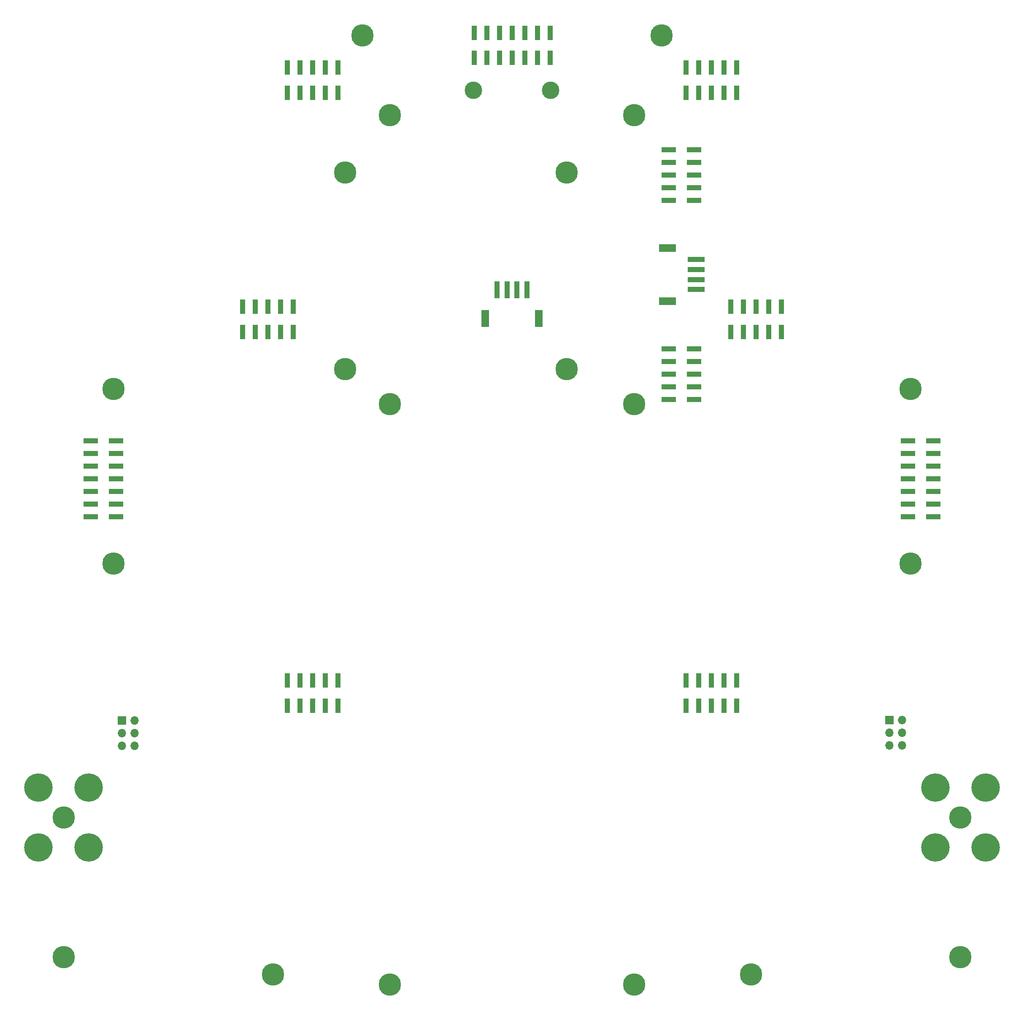
<source format=gts>
G04 #@! TF.GenerationSoftware,KiCad,Pcbnew,9.0.2*
G04 #@! TF.CreationDate,2025-06-02T15:36:06+01:00*
G04 #@! TF.ProjectId,NB3_body,4e42335f-626f-4647-992e-6b696361645f,0.0.6*
G04 #@! TF.SameCoordinates,PX76bb820PYd4ab5c0*
G04 #@! TF.FileFunction,Soldermask,Top*
G04 #@! TF.FilePolarity,Negative*
%FSLAX46Y46*%
G04 Gerber Fmt 4.6, Leading zero omitted, Abs format (unit mm)*
G04 Created by KiCad (PCBNEW 9.0.2) date 2025-06-02 15:36:06*
%MOMM*%
%LPD*%
G01*
G04 APERTURE LIST*
%ADD10C,5.700000*%
%ADD11C,4.500000*%
%ADD12R,1.000000X3.000000*%
%ADD13R,1.700000X1.700000*%
%ADD14O,1.700000X1.700000*%
%ADD15R,3.000000X1.000000*%
%ADD16C,3.500000*%
%ADD17R,0.990600X3.505200*%
%ADD18R,1.600200X3.505200*%
%ADD19R,3.505200X0.990600*%
%ADD20R,3.505200X1.600200*%
G04 APERTURE END LIST*
D10*
X95000000Y43000000D03*
D11*
X-90000000Y37000000D03*
X-24500000Y178000000D03*
X-24500000Y120000000D03*
X90000000Y9000000D03*
D12*
X-45080000Y187520000D03*
X-45080000Y182480000D03*
X-42540000Y187520000D03*
X-42540000Y182480000D03*
X-40000000Y187520000D03*
X-40000000Y182480000D03*
X-37460000Y187520000D03*
X-37460000Y182480000D03*
X-34920000Y187520000D03*
X-34920000Y182480000D03*
X34920000Y187520000D03*
X34920000Y182480000D03*
X37460000Y187520000D03*
X37460000Y182480000D03*
X40000000Y187520000D03*
X40000000Y182480000D03*
X42540000Y187520000D03*
X42540000Y182480000D03*
X45080000Y187520000D03*
X45080000Y182480000D03*
D13*
X-78275000Y56525000D03*
D14*
X-75735000Y56525000D03*
X-78275000Y53985000D03*
X-75735000Y53985000D03*
X-78275000Y51445000D03*
X-75735000Y51445000D03*
D13*
X75710000Y56540000D03*
D14*
X78250000Y56540000D03*
X75710000Y54000000D03*
X78250000Y54000000D03*
X75710000Y51460000D03*
X78250000Y51460000D03*
D11*
X-90000000Y9000000D03*
X24500000Y178000000D03*
X80000000Y123000000D03*
D12*
X43920000Y139520000D03*
X43920000Y134480000D03*
X46460000Y139520000D03*
X46460000Y134480000D03*
X49000000Y139520000D03*
X49000000Y134480000D03*
X51540000Y139520000D03*
X51540000Y134480000D03*
X54080000Y139520000D03*
X54080000Y134480000D03*
D11*
X24500000Y120000000D03*
X11000000Y166500000D03*
D15*
X-79480000Y112620000D03*
X-84520000Y112620000D03*
X-79480000Y110080000D03*
X-84520000Y110080000D03*
X-79480000Y107540000D03*
X-84520000Y107540000D03*
X-79480000Y105000000D03*
X-84520000Y105000000D03*
X-79480000Y102460000D03*
X-84520000Y102460000D03*
X-79480000Y99920000D03*
X-84520000Y99920000D03*
X-79480000Y97380000D03*
X-84520000Y97380000D03*
D10*
X-95000000Y31000000D03*
D11*
X-24500000Y3500000D03*
X24500000Y3500000D03*
D10*
X-95000000Y43000000D03*
D16*
X-7750000Y183000000D03*
D11*
X-30000000Y194000000D03*
X80000000Y88000000D03*
D10*
X95000000Y31000000D03*
D11*
X-33500000Y127000000D03*
X11000000Y127000000D03*
X90000000Y37000000D03*
D10*
X-85000000Y43000000D03*
D11*
X-80000000Y123000000D03*
X-33500000Y166500000D03*
X48000000Y5500000D03*
D17*
X-3000000Y142944701D03*
X-1000002Y142944701D03*
X999999Y142944701D03*
X2999998Y142944701D03*
D18*
X5349998Y137194699D03*
X-5350001Y137194699D03*
D12*
X-7620000Y194520000D03*
X-7620000Y189480000D03*
X-5080000Y194520000D03*
X-5080000Y189480000D03*
X-2540000Y194520000D03*
X-2540000Y189480000D03*
X0Y194520000D03*
X0Y189480000D03*
X2540000Y194520000D03*
X2540000Y189480000D03*
X5080000Y194520000D03*
X5080000Y189480000D03*
X7620000Y194520000D03*
X7620000Y189480000D03*
D11*
X-48000000Y5500000D03*
D15*
X36520000Y131080000D03*
X31480000Y131080000D03*
X36520000Y128540000D03*
X31480000Y128540000D03*
X36520000Y126000000D03*
X31480000Y126000000D03*
X36520000Y123460000D03*
X31480000Y123460000D03*
X36520000Y120920000D03*
X31480000Y120920000D03*
D12*
X-54080000Y139520000D03*
X-54080000Y134480000D03*
X-51540000Y139520000D03*
X-51540000Y134480000D03*
X-49000000Y139520000D03*
X-49000000Y134480000D03*
X-46460000Y139520000D03*
X-46460000Y134480000D03*
X-43920000Y139520000D03*
X-43920000Y134480000D03*
X-45080000Y64520000D03*
X-45080000Y59480000D03*
X-42540000Y64520000D03*
X-42540000Y59480000D03*
X-40000000Y64520000D03*
X-40000000Y59480000D03*
X-37460000Y64520000D03*
X-37460000Y59480000D03*
X-34920000Y64520000D03*
X-34920000Y59480000D03*
D11*
X30000000Y194000000D03*
D16*
X7750000Y183000000D03*
D10*
X85000000Y43000000D03*
X-85000000Y31000000D03*
X85000000Y31000000D03*
D19*
X36944701Y149000000D03*
X36944701Y147000002D03*
X36944701Y145000001D03*
X36944701Y143000002D03*
D20*
X31194699Y140650002D03*
X31194699Y151350001D03*
D15*
X84520000Y112620000D03*
X79480000Y112620000D03*
X84520000Y110080000D03*
X79480000Y110080000D03*
X84520000Y107540000D03*
X79480000Y107540000D03*
X84520000Y105000000D03*
X79480000Y105000000D03*
X84520000Y102460000D03*
X79480000Y102460000D03*
X84520000Y99920000D03*
X79480000Y99920000D03*
X84520000Y97380000D03*
X79480000Y97380000D03*
X36520000Y171080000D03*
X31480000Y171080000D03*
X36520000Y168540000D03*
X31480000Y168540000D03*
X36520000Y166000000D03*
X31480000Y166000000D03*
X36520000Y163460000D03*
X31480000Y163460000D03*
X36520000Y160920000D03*
X31480000Y160920000D03*
D11*
X-80000000Y88000000D03*
D12*
X34920000Y64520000D03*
X34920000Y59480000D03*
X37460000Y64520000D03*
X37460000Y59480000D03*
X40000000Y64520000D03*
X40000000Y59480000D03*
X42540000Y64520000D03*
X42540000Y59480000D03*
X45080000Y64520000D03*
X45080000Y59480000D03*
M02*

</source>
